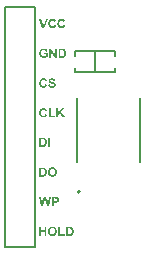
<source format=gto>
G04*
G04 #@! TF.GenerationSoftware,Altium Limited,Altium Designer,22.9.1 (49)*
G04*
G04 Layer_Color=65535*
%FSLAX44Y44*%
%MOMM*%
G71*
G04*
G04 #@! TF.SameCoordinates,28A18DAE-CB9E-4B37-A36C-106CF66A5601*
G04*
G04*
G04 #@! TF.FilePolarity,Positive*
G04*
G01*
G75*
%ADD10C,0.2000*%
%ADD11C,0.1270*%
%ADD12C,0.1500*%
G36*
X49638Y19644D02*
X48084D01*
Y23008D01*
X45054D01*
Y19644D01*
X43500D01*
Y27325D01*
X45054D01*
Y24306D01*
X48084D01*
Y27325D01*
X49638D01*
Y19644D01*
D02*
G37*
G36*
X69307Y27314D02*
X69518Y27303D01*
X69751Y27292D01*
X69995Y27259D01*
X70228Y27225D01*
X70439Y27170D01*
X70450D01*
X70472Y27159D01*
X70506Y27148D01*
X70550Y27137D01*
X70683Y27081D01*
X70839Y27004D01*
X71016Y26904D01*
X71216Y26781D01*
X71405Y26637D01*
X71594Y26460D01*
X71605D01*
X71616Y26437D01*
X71671Y26371D01*
X71760Y26260D01*
X71860Y26116D01*
X71982Y25938D01*
X72104Y25727D01*
X72226Y25483D01*
X72326Y25216D01*
Y25205D01*
X72337Y25183D01*
X72348Y25139D01*
X72371Y25083D01*
X72382Y25017D01*
X72404Y24928D01*
X72426Y24828D01*
X72459Y24717D01*
X72482Y24595D01*
X72504Y24451D01*
X72526Y24306D01*
X72537Y24140D01*
X72570Y23796D01*
X72582Y23407D01*
Y23396D01*
Y23363D01*
Y23318D01*
Y23252D01*
X72570Y23163D01*
Y23074D01*
X72559Y22963D01*
X72548Y22841D01*
X72526Y22586D01*
X72482Y22319D01*
X72415Y22042D01*
X72337Y21775D01*
Y21764D01*
X72326Y21742D01*
X72304Y21698D01*
X72282Y21631D01*
X72260Y21565D01*
X72215Y21487D01*
X72126Y21287D01*
X72015Y21076D01*
X71871Y20843D01*
X71705Y20621D01*
X71516Y20410D01*
X71494Y20388D01*
X71438Y20344D01*
X71349Y20277D01*
X71227Y20188D01*
X71072Y20088D01*
X70894Y19988D01*
X70672Y19888D01*
X70428Y19800D01*
X70417D01*
X70406Y19789D01*
X70373D01*
X70339Y19777D01*
X70217Y19755D01*
X70062Y19722D01*
X69873Y19689D01*
X69640Y19667D01*
X69363Y19655D01*
X69063Y19644D01*
X66155D01*
Y27325D01*
X69218D01*
X69307Y27314D01*
D02*
G37*
G36*
X61182Y20943D02*
X65045D01*
Y19644D01*
X59628D01*
Y27270D01*
X61182D01*
Y20943D01*
D02*
G37*
G36*
X54800Y27459D02*
X54911D01*
X55055Y27436D01*
X55221Y27414D01*
X55410Y27381D01*
X55610Y27336D01*
X55821Y27281D01*
X56043Y27214D01*
X56265Y27125D01*
X56498Y27026D01*
X56720Y26904D01*
X56942Y26759D01*
X57153Y26593D01*
X57353Y26404D01*
X57364Y26393D01*
X57397Y26360D01*
X57453Y26293D01*
X57508Y26215D01*
X57586Y26104D01*
X57674Y25971D01*
X57763Y25816D01*
X57863Y25638D01*
X57963Y25450D01*
X58052Y25227D01*
X58141Y24983D01*
X58218Y24728D01*
X58285Y24439D01*
X58329Y24140D01*
X58363Y23818D01*
X58374Y23474D01*
Y23451D01*
Y23396D01*
X58363Y23296D01*
Y23163D01*
X58340Y23008D01*
X58318Y22830D01*
X58285Y22619D01*
X58252Y22408D01*
X58196Y22175D01*
X58130Y21931D01*
X58041Y21687D01*
X57941Y21442D01*
X57830Y21209D01*
X57686Y20976D01*
X57530Y20754D01*
X57353Y20543D01*
X57341Y20532D01*
X57308Y20499D01*
X57253Y20443D01*
X57164Y20377D01*
X57064Y20299D01*
X56942Y20210D01*
X56798Y20122D01*
X56642Y20022D01*
X56453Y19922D01*
X56254Y19833D01*
X56032Y19744D01*
X55788Y19667D01*
X55532Y19600D01*
X55255Y19544D01*
X54966Y19511D01*
X54655Y19500D01*
X54578D01*
X54489Y19511D01*
X54378Y19522D01*
X54233Y19533D01*
X54067Y19555D01*
X53878Y19589D01*
X53678Y19633D01*
X53457Y19689D01*
X53246Y19755D01*
X53012Y19844D01*
X52790Y19944D01*
X52558Y20055D01*
X52347Y20199D01*
X52136Y20355D01*
X51936Y20543D01*
X51925Y20554D01*
X51891Y20588D01*
X51847Y20654D01*
X51781Y20732D01*
X51703Y20843D01*
X51614Y20976D01*
X51525Y21121D01*
X51436Y21298D01*
X51336Y21487D01*
X51248Y21709D01*
X51159Y21942D01*
X51081Y22197D01*
X51015Y22475D01*
X50970Y22774D01*
X50937Y23096D01*
X50926Y23429D01*
Y23440D01*
Y23485D01*
Y23540D01*
X50937Y23629D01*
Y23729D01*
X50948Y23840D01*
X50959Y23973D01*
X50970Y24118D01*
X51015Y24428D01*
X51070Y24761D01*
X51159Y25094D01*
X51270Y25405D01*
Y25416D01*
X51281Y25427D01*
X51303Y25461D01*
X51314Y25505D01*
X51381Y25616D01*
X51459Y25760D01*
X51558Y25927D01*
X51681Y26093D01*
X51825Y26282D01*
X51980Y26460D01*
X51991Y26471D01*
X52003Y26482D01*
X52058Y26537D01*
X52158Y26626D01*
X52280Y26726D01*
X52424Y26837D01*
X52591Y26959D01*
X52779Y27070D01*
X52979Y27159D01*
X52990D01*
X53012Y27170D01*
X53057Y27192D01*
X53112Y27203D01*
X53179Y27236D01*
X53257Y27259D01*
X53357Y27281D01*
X53457Y27314D01*
X53701Y27370D01*
X53978Y27425D01*
X54300Y27459D01*
X54633Y27470D01*
X54711D01*
X54800Y27459D01*
D02*
G37*
G36*
X51725Y44870D02*
X50049D01*
X48539Y50608D01*
X47008Y44870D01*
X45320D01*
X43500Y52551D01*
X45087D01*
X46242Y47267D01*
X47640Y52551D01*
X49505D01*
X50837Y47178D01*
X52014Y52551D01*
X53579D01*
X51725Y44870D01*
D02*
G37*
G36*
X57341Y52540D02*
X57630D01*
X57941Y52517D01*
X58252Y52495D01*
X58385Y52484D01*
X58518Y52473D01*
X58629Y52451D01*
X58718Y52428D01*
X58729D01*
X58751Y52417D01*
X58784Y52406D01*
X58829Y52395D01*
X58951Y52340D01*
X59106Y52273D01*
X59273Y52173D01*
X59461Y52040D01*
X59639Y51874D01*
X59817Y51674D01*
Y51663D01*
X59839Y51652D01*
X59861Y51618D01*
X59883Y51574D01*
X59928Y51507D01*
X59961Y51441D01*
X60005Y51363D01*
X60050Y51274D01*
X60128Y51052D01*
X60205Y50808D01*
X60250Y50508D01*
X60272Y50186D01*
Y50175D01*
Y50153D01*
Y50120D01*
Y50064D01*
X60261Y50009D01*
Y49931D01*
X60238Y49776D01*
X60205Y49587D01*
X60161Y49376D01*
X60094Y49176D01*
X60005Y48988D01*
X59994Y48965D01*
X59961Y48910D01*
X59906Y48821D01*
X59828Y48710D01*
X59739Y48599D01*
X59617Y48466D01*
X59495Y48344D01*
X59351Y48233D01*
X59328Y48222D01*
X59284Y48188D01*
X59206Y48144D01*
X59106Y48088D01*
X58984Y48022D01*
X58851Y47966D01*
X58707Y47911D01*
X58551Y47867D01*
X58529D01*
X58496Y47855D01*
X58451D01*
X58396Y47844D01*
X58318Y47833D01*
X58240Y47822D01*
X58141D01*
X58041Y47811D01*
X57919Y47800D01*
X57786Y47789D01*
X57641Y47778D01*
X57486D01*
X57319Y47767D01*
X55943D01*
Y44870D01*
X54389D01*
Y52551D01*
X57219D01*
X57341Y52540D01*
D02*
G37*
G36*
X46652Y77476D02*
X46863Y77465D01*
X47096Y77454D01*
X47340Y77421D01*
X47574Y77387D01*
X47785Y77332D01*
X47796D01*
X47818Y77321D01*
X47851Y77310D01*
X47895Y77299D01*
X48029Y77243D01*
X48184Y77165D01*
X48362Y77066D01*
X48562Y76943D01*
X48750Y76799D01*
X48939Y76622D01*
X48950D01*
X48961Y76599D01*
X49017Y76533D01*
X49105Y76422D01*
X49205Y76277D01*
X49327Y76100D01*
X49450Y75889D01*
X49572Y75645D01*
X49672Y75378D01*
Y75367D01*
X49683Y75345D01*
X49694Y75301D01*
X49716Y75245D01*
X49727Y75179D01*
X49749Y75090D01*
X49771Y74990D01*
X49805Y74879D01*
X49827Y74757D01*
X49849Y74612D01*
X49871Y74468D01*
X49882Y74302D01*
X49916Y73958D01*
X49927Y73569D01*
Y73558D01*
Y73525D01*
Y73480D01*
Y73414D01*
X49916Y73325D01*
Y73236D01*
X49905Y73125D01*
X49893Y73003D01*
X49871Y72748D01*
X49827Y72481D01*
X49760Y72204D01*
X49683Y71937D01*
Y71926D01*
X49672Y71904D01*
X49649Y71860D01*
X49627Y71793D01*
X49605Y71727D01*
X49560Y71649D01*
X49472Y71449D01*
X49361Y71238D01*
X49216Y71005D01*
X49050Y70783D01*
X48861Y70572D01*
X48839Y70550D01*
X48783Y70506D01*
X48695Y70439D01*
X48573Y70350D01*
X48417Y70250D01*
X48240Y70150D01*
X48018Y70051D01*
X47773Y69962D01*
X47762D01*
X47751Y69951D01*
X47718D01*
X47685Y69939D01*
X47562Y69917D01*
X47407Y69884D01*
X47218Y69851D01*
X46985Y69829D01*
X46708Y69817D01*
X46408Y69806D01*
X43500D01*
Y77487D01*
X46564D01*
X46652Y77476D01*
D02*
G37*
G36*
X54800Y77621D02*
X54911D01*
X55055Y77598D01*
X55221Y77576D01*
X55410Y77543D01*
X55610Y77498D01*
X55821Y77443D01*
X56043Y77376D01*
X56265Y77288D01*
X56498Y77188D01*
X56720Y77066D01*
X56942Y76921D01*
X57153Y76755D01*
X57353Y76566D01*
X57364Y76555D01*
X57397Y76522D01*
X57453Y76455D01*
X57508Y76377D01*
X57586Y76266D01*
X57674Y76133D01*
X57763Y75978D01*
X57863Y75800D01*
X57963Y75612D01*
X58052Y75389D01*
X58141Y75145D01*
X58218Y74890D01*
X58285Y74601D01*
X58329Y74302D01*
X58363Y73980D01*
X58374Y73636D01*
Y73614D01*
Y73558D01*
X58363Y73458D01*
Y73325D01*
X58340Y73169D01*
X58318Y72992D01*
X58285Y72781D01*
X58252Y72570D01*
X58196Y72337D01*
X58130Y72093D01*
X58041Y71849D01*
X57941Y71604D01*
X57830Y71371D01*
X57686Y71138D01*
X57530Y70916D01*
X57353Y70705D01*
X57341Y70694D01*
X57308Y70661D01*
X57253Y70606D01*
X57164Y70539D01*
X57064Y70461D01*
X56942Y70372D01*
X56798Y70284D01*
X56642Y70184D01*
X56453Y70084D01*
X56254Y69995D01*
X56032Y69906D01*
X55788Y69829D01*
X55532Y69762D01*
X55255Y69706D01*
X54966Y69673D01*
X54655Y69662D01*
X54578D01*
X54489Y69673D01*
X54378Y69684D01*
X54233Y69695D01*
X54067Y69717D01*
X53878Y69751D01*
X53678Y69795D01*
X53457Y69851D01*
X53246Y69917D01*
X53012Y70006D01*
X52790Y70106D01*
X52558Y70217D01*
X52347Y70361D01*
X52136Y70517D01*
X51936Y70705D01*
X51925Y70717D01*
X51891Y70750D01*
X51847Y70816D01*
X51781Y70894D01*
X51703Y71005D01*
X51614Y71138D01*
X51525Y71283D01*
X51436Y71460D01*
X51336Y71649D01*
X51248Y71871D01*
X51159Y72104D01*
X51081Y72359D01*
X51015Y72637D01*
X50970Y72936D01*
X50937Y73258D01*
X50926Y73591D01*
Y73602D01*
Y73647D01*
Y73702D01*
X50937Y73791D01*
Y73891D01*
X50948Y74002D01*
X50959Y74135D01*
X50970Y74279D01*
X51015Y74590D01*
X51070Y74923D01*
X51159Y75256D01*
X51270Y75567D01*
Y75578D01*
X51281Y75589D01*
X51303Y75623D01*
X51314Y75667D01*
X51381Y75778D01*
X51459Y75922D01*
X51558Y76089D01*
X51681Y76255D01*
X51825Y76444D01*
X51980Y76622D01*
X51991Y76633D01*
X52003Y76644D01*
X52058Y76699D01*
X52158Y76788D01*
X52280Y76888D01*
X52424Y76999D01*
X52591Y77121D01*
X52779Y77232D01*
X52979Y77321D01*
X52990D01*
X53012Y77332D01*
X53057Y77354D01*
X53112Y77365D01*
X53179Y77399D01*
X53257Y77421D01*
X53357Y77443D01*
X53457Y77476D01*
X53701Y77532D01*
X53978Y77587D01*
X54300Y77621D01*
X54633Y77632D01*
X54711D01*
X54800Y77621D01*
D02*
G37*
G36*
X52746Y95032D02*
X51192D01*
Y102713D01*
X52746D01*
Y95032D01*
D02*
G37*
G36*
X46652Y102702D02*
X46863Y102690D01*
X47096Y102679D01*
X47340Y102646D01*
X47574Y102613D01*
X47785Y102557D01*
X47796D01*
X47818Y102546D01*
X47851Y102535D01*
X47895Y102524D01*
X48029Y102469D01*
X48184Y102391D01*
X48362Y102291D01*
X48562Y102169D01*
X48750Y102024D01*
X48939Y101847D01*
X48950D01*
X48961Y101825D01*
X49017Y101758D01*
X49105Y101647D01*
X49205Y101503D01*
X49327Y101325D01*
X49450Y101114D01*
X49572Y100870D01*
X49672Y100604D01*
Y100593D01*
X49683Y100570D01*
X49694Y100526D01*
X49716Y100471D01*
X49727Y100404D01*
X49749Y100315D01*
X49771Y100215D01*
X49805Y100104D01*
X49827Y99982D01*
X49849Y99838D01*
X49871Y99693D01*
X49882Y99527D01*
X49916Y99183D01*
X49927Y98794D01*
Y98783D01*
Y98750D01*
Y98706D01*
Y98639D01*
X49916Y98550D01*
Y98461D01*
X49905Y98350D01*
X49893Y98228D01*
X49871Y97973D01*
X49827Y97707D01*
X49760Y97429D01*
X49683Y97163D01*
Y97152D01*
X49672Y97129D01*
X49649Y97085D01*
X49627Y97018D01*
X49605Y96952D01*
X49560Y96874D01*
X49472Y96674D01*
X49361Y96463D01*
X49216Y96230D01*
X49050Y96008D01*
X48861Y95798D01*
X48839Y95775D01*
X48783Y95731D01*
X48695Y95664D01*
X48573Y95576D01*
X48417Y95476D01*
X48240Y95376D01*
X48018Y95276D01*
X47773Y95187D01*
X47762D01*
X47751Y95176D01*
X47718D01*
X47685Y95165D01*
X47562Y95143D01*
X47407Y95109D01*
X47218Y95076D01*
X46985Y95054D01*
X46708Y95043D01*
X46408Y95032D01*
X43500D01*
Y102713D01*
X46564D01*
X46652Y102702D01*
D02*
G37*
G36*
X47318Y127782D02*
X47440Y127771D01*
X47574Y127749D01*
X47729Y127727D01*
X47895Y127694D01*
X48073Y127649D01*
X48262Y127594D01*
X48450Y127527D01*
X48650Y127438D01*
X48839Y127350D01*
X49017Y127239D01*
X49205Y127106D01*
X49372Y126961D01*
X49383D01*
X49394Y126939D01*
X49427Y126906D01*
X49461Y126872D01*
X49505Y126817D01*
X49549Y126750D01*
X49672Y126595D01*
X49794Y126395D01*
X49927Y126151D01*
X50049Y125873D01*
X50160Y125552D01*
X48628Y125185D01*
Y125196D01*
X48617Y125207D01*
Y125241D01*
X48595Y125285D01*
X48562Y125385D01*
X48506Y125518D01*
X48428Y125674D01*
X48328Y125829D01*
X48195Y125984D01*
X48051Y126118D01*
X48029Y126129D01*
X47973Y126173D01*
X47884Y126229D01*
X47762Y126295D01*
X47607Y126362D01*
X47429Y126417D01*
X47229Y126462D01*
X47008Y126473D01*
X46930D01*
X46863Y126462D01*
X46797Y126451D01*
X46708Y126440D01*
X46519Y126395D01*
X46297Y126317D01*
X46064Y126206D01*
X45942Y126140D01*
X45831Y126062D01*
X45720Y125962D01*
X45620Y125851D01*
Y125840D01*
X45598Y125818D01*
X45576Y125785D01*
X45542Y125729D01*
X45498Y125662D01*
X45454Y125585D01*
X45409Y125485D01*
X45365Y125374D01*
X45309Y125241D01*
X45265Y125096D01*
X45220Y124930D01*
X45176Y124752D01*
X45143Y124552D01*
X45121Y124342D01*
X45110Y124108D01*
X45098Y123853D01*
Y123842D01*
Y123787D01*
Y123709D01*
X45110Y123620D01*
Y123498D01*
X45132Y123354D01*
X45143Y123209D01*
X45165Y123043D01*
X45232Y122699D01*
X45320Y122355D01*
X45376Y122188D01*
X45454Y122033D01*
X45531Y121889D01*
X45620Y121767D01*
X45631Y121755D01*
X45642Y121744D01*
X45676Y121711D01*
X45720Y121667D01*
X45831Y121578D01*
X45986Y121467D01*
X46175Y121345D01*
X46408Y121256D01*
X46675Y121178D01*
X46819Y121167D01*
X46974Y121156D01*
X47030D01*
X47074Y121167D01*
X47196Y121178D01*
X47340Y121200D01*
X47496Y121256D01*
X47674Y121322D01*
X47851Y121411D01*
X48029Y121545D01*
X48051Y121567D01*
X48106Y121622D01*
X48184Y121711D01*
X48273Y121844D01*
X48384Y122022D01*
X48484Y122233D01*
X48584Y122488D01*
X48672Y122788D01*
X50182Y122321D01*
Y122310D01*
X50171Y122266D01*
X50149Y122199D01*
X50115Y122111D01*
X50071Y122011D01*
X50027Y121889D01*
X49971Y121755D01*
X49905Y121611D01*
X49749Y121311D01*
X49549Y121001D01*
X49305Y120701D01*
X49172Y120568D01*
X49028Y120446D01*
X49017Y120435D01*
X48994Y120423D01*
X48950Y120390D01*
X48883Y120346D01*
X48806Y120301D01*
X48706Y120257D01*
X48595Y120201D01*
X48473Y120146D01*
X48328Y120079D01*
X48173Y120024D01*
X48007Y119979D01*
X47829Y119935D01*
X47640Y119891D01*
X47429Y119857D01*
X47218Y119846D01*
X46985Y119835D01*
X46919D01*
X46841Y119846D01*
X46730Y119857D01*
X46608Y119868D01*
X46453Y119891D01*
X46286Y119924D01*
X46097Y119968D01*
X45909Y120024D01*
X45709Y120090D01*
X45498Y120179D01*
X45287Y120279D01*
X45076Y120390D01*
X44865Y120534D01*
X44665Y120690D01*
X44477Y120878D01*
X44466Y120890D01*
X44432Y120923D01*
X44388Y120990D01*
X44321Y121067D01*
X44255Y121178D01*
X44166Y121300D01*
X44077Y121456D01*
X43988Y121633D01*
X43900Y121822D01*
X43811Y122033D01*
X43722Y122277D01*
X43655Y122532D01*
X43589Y122799D01*
X43544Y123098D01*
X43511Y123409D01*
X43500Y123742D01*
Y123753D01*
Y123764D01*
Y123831D01*
X43511Y123931D01*
Y124064D01*
X43533Y124220D01*
X43555Y124408D01*
X43578Y124608D01*
X43622Y124841D01*
X43678Y125074D01*
X43744Y125318D01*
X43822Y125563D01*
X43922Y125818D01*
X44033Y126062D01*
X44166Y126295D01*
X44310Y126517D01*
X44488Y126728D01*
X44499Y126739D01*
X44532Y126772D01*
X44588Y126828D01*
X44665Y126895D01*
X44765Y126972D01*
X44887Y127061D01*
X45021Y127161D01*
X45187Y127261D01*
X45365Y127361D01*
X45553Y127461D01*
X45775Y127549D01*
X45998Y127627D01*
X46253Y127694D01*
X46508Y127749D01*
X46797Y127782D01*
X47085Y127794D01*
X47218D01*
X47318Y127782D01*
D02*
G37*
G36*
X61970Y124652D02*
X65023Y119968D01*
X63014D01*
X60893Y123576D01*
X59639Y122288D01*
Y119968D01*
X58085D01*
Y127649D01*
X59639D01*
Y124231D01*
X62792Y127649D01*
X64878D01*
X61970Y124652D01*
D02*
G37*
G36*
X53112Y121267D02*
X56975D01*
Y119968D01*
X51558D01*
Y127594D01*
X53112D01*
Y121267D01*
D02*
G37*
G36*
X54433Y152997D02*
X54555Y152986D01*
X54700Y152975D01*
X54844Y152952D01*
X55010Y152930D01*
X55366Y152852D01*
X55543Y152797D01*
X55721Y152741D01*
X55898Y152664D01*
X56065Y152575D01*
X56220Y152475D01*
X56365Y152364D01*
X56376Y152353D01*
X56398Y152331D01*
X56431Y152297D01*
X56476Y152253D01*
X56531Y152186D01*
X56598Y152109D01*
X56664Y152020D01*
X56742Y151920D01*
X56809Y151798D01*
X56875Y151676D01*
X56942Y151532D01*
X56997Y151376D01*
X57053Y151221D01*
X57097Y151043D01*
X57131Y150866D01*
X57142Y150666D01*
X55588Y150610D01*
Y150621D01*
Y150632D01*
X55566Y150710D01*
X55543Y150810D01*
X55499Y150932D01*
X55443Y151076D01*
X55366Y151210D01*
X55266Y151343D01*
X55155Y151454D01*
X55144Y151465D01*
X55099Y151498D01*
X55022Y151543D01*
X54911Y151587D01*
X54777Y151631D01*
X54611Y151676D01*
X54411Y151709D01*
X54178Y151720D01*
X54067D01*
X53945Y151709D01*
X53801Y151687D01*
X53634Y151654D01*
X53457Y151598D01*
X53290Y151532D01*
X53135Y151432D01*
X53123Y151421D01*
X53101Y151398D01*
X53057Y151365D01*
X53012Y151310D01*
X52968Y151243D01*
X52924Y151154D01*
X52902Y151065D01*
X52890Y150954D01*
Y150943D01*
Y150910D01*
X52902Y150855D01*
X52924Y150799D01*
X52946Y150721D01*
X52979Y150644D01*
X53035Y150566D01*
X53112Y150488D01*
X53123Y150477D01*
X53179Y150444D01*
X53212Y150422D01*
X53268Y150399D01*
X53323Y150366D01*
X53401Y150333D01*
X53490Y150300D01*
X53590Y150255D01*
X53712Y150211D01*
X53834Y150166D01*
X53989Y150122D01*
X54156Y150077D01*
X54333Y150033D01*
X54533Y149978D01*
X54544D01*
X54589Y149966D01*
X54644Y149955D01*
X54722Y149933D01*
X54811Y149911D01*
X54922Y149878D01*
X55044Y149844D01*
X55166Y149811D01*
X55432Y149722D01*
X55710Y149634D01*
X55976Y149534D01*
X56087Y149478D01*
X56198Y149423D01*
X56209D01*
X56220Y149411D01*
X56287Y149367D01*
X56387Y149300D01*
X56509Y149212D01*
X56642Y149101D01*
X56786Y148968D01*
X56931Y148812D01*
X57053Y148635D01*
X57064Y148612D01*
X57097Y148546D01*
X57153Y148446D01*
X57208Y148301D01*
X57264Y148124D01*
X57319Y147913D01*
X57353Y147680D01*
X57364Y147414D01*
Y147402D01*
Y147380D01*
Y147347D01*
Y147303D01*
X57353Y147247D01*
X57341Y147169D01*
X57319Y147014D01*
X57275Y146814D01*
X57208Y146603D01*
X57108Y146392D01*
X56986Y146170D01*
Y146159D01*
X56964Y146148D01*
X56920Y146082D01*
X56831Y145971D01*
X56720Y145849D01*
X56576Y145704D01*
X56387Y145571D01*
X56187Y145438D01*
X55943Y145316D01*
X55932D01*
X55910Y145305D01*
X55876Y145294D01*
X55821Y145271D01*
X55754Y145249D01*
X55676Y145227D01*
X55588Y145205D01*
X55488Y145183D01*
X55366Y145149D01*
X55244Y145127D01*
X54955Y145083D01*
X54633Y145049D01*
X54278Y145038D01*
X54134D01*
X54034Y145049D01*
X53912Y145060D01*
X53778Y145071D01*
X53623Y145094D01*
X53457Y145127D01*
X53090Y145205D01*
X52902Y145260D01*
X52724Y145316D01*
X52535Y145393D01*
X52358Y145482D01*
X52191Y145582D01*
X52036Y145704D01*
X52025Y145715D01*
X52003Y145737D01*
X51958Y145771D01*
X51914Y145826D01*
X51847Y145904D01*
X51781Y145993D01*
X51703Y146093D01*
X51625Y146204D01*
X51547Y146337D01*
X51470Y146481D01*
X51392Y146648D01*
X51314Y146825D01*
X51259Y147014D01*
X51192Y147225D01*
X51148Y147447D01*
X51115Y147680D01*
X52624Y147824D01*
Y147813D01*
X52635Y147791D01*
Y147746D01*
X52646Y147702D01*
X52691Y147569D01*
X52746Y147402D01*
X52813Y147214D01*
X52913Y147025D01*
X53024Y146859D01*
X53168Y146703D01*
X53190Y146692D01*
X53246Y146648D01*
X53334Y146592D01*
X53468Y146526D01*
X53634Y146459D01*
X53823Y146404D01*
X54045Y146359D01*
X54300Y146348D01*
X54422D01*
X54555Y146370D01*
X54722Y146392D01*
X54900Y146426D01*
X55088Y146481D01*
X55266Y146559D01*
X55421Y146659D01*
X55443Y146670D01*
X55488Y146714D01*
X55543Y146781D01*
X55621Y146870D01*
X55688Y146981D01*
X55754Y147114D01*
X55799Y147247D01*
X55810Y147402D01*
Y147414D01*
Y147447D01*
X55799Y147502D01*
X55788Y147569D01*
X55765Y147635D01*
X55743Y147713D01*
X55699Y147791D01*
X55643Y147869D01*
X55632Y147880D01*
X55610Y147902D01*
X55577Y147935D01*
X55521Y147980D01*
X55443Y148035D01*
X55343Y148091D01*
X55233Y148146D01*
X55088Y148202D01*
X55077D01*
X55033Y148224D01*
X54955Y148246D01*
X54900Y148268D01*
X54833Y148279D01*
X54755Y148301D01*
X54666Y148335D01*
X54566Y148357D01*
X54455Y148390D01*
X54322Y148424D01*
X54178Y148457D01*
X54023Y148501D01*
X53845Y148546D01*
X53834D01*
X53790Y148557D01*
X53723Y148579D01*
X53645Y148601D01*
X53545Y148635D01*
X53423Y148668D01*
X53301Y148712D01*
X53157Y148757D01*
X52868Y148868D01*
X52591Y149001D01*
X52446Y149067D01*
X52324Y149145D01*
X52202Y149223D01*
X52102Y149300D01*
X52091Y149312D01*
X52069Y149334D01*
X52036Y149367D01*
X51991Y149411D01*
X51936Y149478D01*
X51880Y149556D01*
X51814Y149634D01*
X51758Y149733D01*
X51625Y149966D01*
X51514Y150233D01*
X51470Y150377D01*
X51436Y150521D01*
X51414Y150688D01*
X51403Y150855D01*
Y150866D01*
Y150877D01*
Y150910D01*
Y150954D01*
X51425Y151065D01*
X51448Y151210D01*
X51481Y151376D01*
X51536Y151565D01*
X51614Y151765D01*
X51725Y151953D01*
Y151965D01*
X51736Y151976D01*
X51792Y152042D01*
X51858Y152131D01*
X51969Y152242D01*
X52102Y152364D01*
X52269Y152497D01*
X52458Y152619D01*
X52680Y152730D01*
X52691D01*
X52713Y152741D01*
X52746Y152753D01*
X52790Y152775D01*
X52857Y152797D01*
X52924Y152819D01*
X53012Y152841D01*
X53112Y152875D01*
X53334Y152919D01*
X53590Y152963D01*
X53878Y152997D01*
X54200Y153008D01*
X54333D01*
X54433Y152997D01*
D02*
G37*
G36*
X47318D02*
X47440Y152986D01*
X47574Y152963D01*
X47729Y152941D01*
X47895Y152908D01*
X48073Y152864D01*
X48262Y152808D01*
X48450Y152741D01*
X48650Y152653D01*
X48839Y152564D01*
X49017Y152453D01*
X49205Y152320D01*
X49372Y152175D01*
X49383D01*
X49394Y152153D01*
X49427Y152120D01*
X49461Y152087D01*
X49505Y152031D01*
X49549Y151965D01*
X49672Y151809D01*
X49794Y151609D01*
X49927Y151365D01*
X50049Y151088D01*
X50160Y150766D01*
X48628Y150399D01*
Y150410D01*
X48617Y150422D01*
Y150455D01*
X48595Y150499D01*
X48562Y150599D01*
X48506Y150732D01*
X48428Y150888D01*
X48328Y151043D01*
X48195Y151199D01*
X48051Y151332D01*
X48029Y151343D01*
X47973Y151387D01*
X47884Y151443D01*
X47762Y151509D01*
X47607Y151576D01*
X47429Y151631D01*
X47229Y151676D01*
X47008Y151687D01*
X46930D01*
X46863Y151676D01*
X46797Y151665D01*
X46708Y151654D01*
X46519Y151609D01*
X46297Y151532D01*
X46064Y151421D01*
X45942Y151354D01*
X45831Y151276D01*
X45720Y151176D01*
X45620Y151065D01*
Y151054D01*
X45598Y151032D01*
X45576Y150999D01*
X45542Y150943D01*
X45498Y150877D01*
X45454Y150799D01*
X45409Y150699D01*
X45365Y150588D01*
X45309Y150455D01*
X45265Y150311D01*
X45220Y150144D01*
X45176Y149966D01*
X45143Y149767D01*
X45121Y149556D01*
X45110Y149323D01*
X45098Y149067D01*
Y149056D01*
Y149001D01*
Y148923D01*
X45110Y148834D01*
Y148712D01*
X45132Y148568D01*
X45143Y148424D01*
X45165Y148257D01*
X45232Y147913D01*
X45320Y147569D01*
X45376Y147402D01*
X45454Y147247D01*
X45531Y147103D01*
X45620Y146981D01*
X45631Y146970D01*
X45642Y146959D01*
X45676Y146925D01*
X45720Y146881D01*
X45831Y146792D01*
X45986Y146681D01*
X46175Y146559D01*
X46408Y146470D01*
X46675Y146392D01*
X46819Y146381D01*
X46974Y146370D01*
X47030D01*
X47074Y146381D01*
X47196Y146392D01*
X47340Y146415D01*
X47496Y146470D01*
X47674Y146537D01*
X47851Y146625D01*
X48029Y146759D01*
X48051Y146781D01*
X48106Y146836D01*
X48184Y146925D01*
X48273Y147058D01*
X48384Y147236D01*
X48484Y147447D01*
X48584Y147702D01*
X48672Y148002D01*
X50182Y147536D01*
Y147524D01*
X50171Y147480D01*
X50149Y147414D01*
X50115Y147325D01*
X50071Y147225D01*
X50027Y147103D01*
X49971Y146970D01*
X49905Y146825D01*
X49749Y146526D01*
X49549Y146215D01*
X49305Y145915D01*
X49172Y145782D01*
X49028Y145660D01*
X49017Y145649D01*
X48994Y145638D01*
X48950Y145604D01*
X48883Y145560D01*
X48806Y145515D01*
X48706Y145471D01*
X48595Y145416D01*
X48473Y145360D01*
X48328Y145294D01*
X48173Y145238D01*
X48007Y145194D01*
X47829Y145149D01*
X47640Y145105D01*
X47429Y145071D01*
X47218Y145060D01*
X46985Y145049D01*
X46919D01*
X46841Y145060D01*
X46730Y145071D01*
X46608Y145083D01*
X46453Y145105D01*
X46286Y145138D01*
X46097Y145183D01*
X45909Y145238D01*
X45709Y145305D01*
X45498Y145393D01*
X45287Y145493D01*
X45076Y145604D01*
X44865Y145749D01*
X44665Y145904D01*
X44477Y146093D01*
X44466Y146104D01*
X44432Y146137D01*
X44388Y146204D01*
X44321Y146281D01*
X44255Y146392D01*
X44166Y146515D01*
X44077Y146670D01*
X43988Y146847D01*
X43900Y147036D01*
X43811Y147247D01*
X43722Y147491D01*
X43655Y147746D01*
X43589Y148013D01*
X43544Y148313D01*
X43511Y148623D01*
X43500Y148956D01*
Y148968D01*
Y148979D01*
Y149045D01*
X43511Y149145D01*
Y149278D01*
X43533Y149434D01*
X43555Y149622D01*
X43578Y149822D01*
X43622Y150055D01*
X43678Y150288D01*
X43744Y150533D01*
X43822Y150777D01*
X43922Y151032D01*
X44033Y151276D01*
X44166Y151509D01*
X44310Y151731D01*
X44488Y151942D01*
X44499Y151953D01*
X44532Y151987D01*
X44588Y152042D01*
X44665Y152109D01*
X44765Y152186D01*
X44887Y152275D01*
X45021Y152375D01*
X45187Y152475D01*
X45365Y152575D01*
X45553Y152675D01*
X45775Y152764D01*
X45998Y152841D01*
X46253Y152908D01*
X46508Y152963D01*
X46797Y152997D01*
X47085Y153008D01*
X47218D01*
X47318Y152997D01*
D02*
G37*
G36*
X47540Y178222D02*
X47662Y178211D01*
X47807Y178200D01*
X47962Y178189D01*
X48129Y178155D01*
X48484Y178089D01*
X48850Y177978D01*
X49039Y177911D01*
X49216Y177834D01*
X49383Y177745D01*
X49538Y177634D01*
X49549Y177623D01*
X49572Y177612D01*
X49616Y177567D01*
X49672Y177523D01*
X49738Y177467D01*
X49805Y177390D01*
X49882Y177301D01*
X49971Y177201D01*
X50060Y177090D01*
X50149Y176968D01*
X50238Y176835D01*
X50315Y176679D01*
X50404Y176524D01*
X50471Y176357D01*
X50537Y176169D01*
X50582Y175980D01*
X49039Y175691D01*
Y175702D01*
X49028Y175714D01*
X49005Y175780D01*
X48961Y175880D01*
X48895Y176013D01*
X48817Y176157D01*
X48706Y176302D01*
X48573Y176446D01*
X48417Y176579D01*
X48395Y176590D01*
X48340Y176635D01*
X48240Y176690D01*
X48117Y176746D01*
X47951Y176812D01*
X47762Y176857D01*
X47551Y176901D01*
X47307Y176912D01*
X47207D01*
X47141Y176901D01*
X47052Y176890D01*
X46952Y176879D01*
X46841Y176857D01*
X46719Y176835D01*
X46464Y176757D01*
X46330Y176701D01*
X46197Y176635D01*
X46064Y176557D01*
X45931Y176479D01*
X45809Y176368D01*
X45687Y176257D01*
X45676Y176246D01*
X45665Y176224D01*
X45631Y176191D01*
X45598Y176135D01*
X45553Y176069D01*
X45498Y175991D01*
X45443Y175891D01*
X45398Y175780D01*
X45343Y175647D01*
X45287Y175503D01*
X45232Y175347D01*
X45187Y175181D01*
X45154Y174992D01*
X45121Y174781D01*
X45110Y174570D01*
X45098Y174337D01*
Y174326D01*
Y174282D01*
Y174204D01*
X45110Y174115D01*
X45121Y173993D01*
X45132Y173871D01*
X45154Y173715D01*
X45176Y173560D01*
X45243Y173227D01*
X45354Y172883D01*
X45420Y172717D01*
X45498Y172561D01*
X45598Y172406D01*
X45698Y172273D01*
X45709Y172262D01*
X45731Y172239D01*
X45764Y172206D01*
X45809Y172162D01*
X45875Y172117D01*
X45942Y172051D01*
X46031Y171995D01*
X46131Y171929D01*
X46242Y171862D01*
X46353Y171806D01*
X46630Y171695D01*
X46786Y171651D01*
X46941Y171618D01*
X47119Y171595D01*
X47296Y171584D01*
X47385D01*
X47474Y171595D01*
X47607Y171607D01*
X47751Y171629D01*
X47918Y171662D01*
X48095Y171707D01*
X48273Y171773D01*
X48284D01*
X48295Y171784D01*
X48351Y171806D01*
X48450Y171851D01*
X48562Y171906D01*
X48695Y171973D01*
X48839Y172051D01*
X48983Y172139D01*
X49117Y172239D01*
Y173227D01*
X47340D01*
Y174526D01*
X50682D01*
Y171440D01*
X50659Y171418D01*
X50626Y171396D01*
X50593Y171362D01*
X50537Y171318D01*
X50482Y171274D01*
X50326Y171163D01*
X50115Y171040D01*
X49871Y170896D01*
X49594Y170752D01*
X49261Y170619D01*
X49250D01*
X49216Y170608D01*
X49172Y170585D01*
X49105Y170563D01*
X49017Y170541D01*
X48917Y170508D01*
X48806Y170474D01*
X48684Y170441D01*
X48406Y170375D01*
X48084Y170319D01*
X47751Y170275D01*
X47396Y170264D01*
X47274D01*
X47196Y170275D01*
X47085D01*
X46963Y170286D01*
X46830Y170308D01*
X46675Y170330D01*
X46353Y170386D01*
X45998Y170474D01*
X45631Y170597D01*
X45465Y170674D01*
X45287Y170763D01*
X45276Y170774D01*
X45254Y170785D01*
X45198Y170819D01*
X45143Y170863D01*
X45065Y170907D01*
X44987Y170974D01*
X44887Y171052D01*
X44788Y171140D01*
X44566Y171340D01*
X44344Y171595D01*
X44133Y171884D01*
X43944Y172217D01*
Y172228D01*
X43922Y172262D01*
X43900Y172317D01*
X43877Y172384D01*
X43844Y172472D01*
X43800Y172572D01*
X43766Y172694D01*
X43722Y172827D01*
X43678Y172972D01*
X43644Y173138D01*
X43567Y173482D01*
X43522Y173860D01*
X43500Y174270D01*
Y174282D01*
Y174326D01*
Y174393D01*
X43511Y174470D01*
Y174581D01*
X43522Y174703D01*
X43544Y174837D01*
X43567Y174992D01*
X43622Y175314D01*
X43711Y175680D01*
X43833Y176047D01*
X43911Y176224D01*
X44000Y176402D01*
X44011Y176413D01*
X44022Y176446D01*
X44055Y176490D01*
X44088Y176557D01*
X44144Y176635D01*
X44210Y176724D01*
X44288Y176824D01*
X44366Y176935D01*
X44466Y177045D01*
X44577Y177168D01*
X44699Y177290D01*
X44832Y177412D01*
X44976Y177523D01*
X45121Y177645D01*
X45465Y177845D01*
X45476D01*
X45498Y177867D01*
X45542Y177878D01*
X45598Y177911D01*
X45676Y177934D01*
X45753Y177967D01*
X45864Y178000D01*
X45975Y178044D01*
X46097Y178078D01*
X46242Y178111D01*
X46397Y178144D01*
X46553Y178178D01*
X46908Y178222D01*
X47307Y178233D01*
X47440D01*
X47540Y178222D01*
D02*
G37*
G36*
X58229Y170408D02*
X56676D01*
X53556Y175469D01*
Y170408D01*
X52125D01*
Y178089D01*
X53623D01*
X56798Y172916D01*
Y178089D01*
X58229D01*
Y170408D01*
D02*
G37*
G36*
X63025Y178078D02*
X63236Y178067D01*
X63469Y178055D01*
X63713Y178022D01*
X63946Y177989D01*
X64157Y177934D01*
X64168D01*
X64190Y177922D01*
X64223Y177911D01*
X64268Y177900D01*
X64401Y177845D01*
X64556Y177767D01*
X64734Y177667D01*
X64934Y177545D01*
X65122Y177401D01*
X65311Y177223D01*
X65322D01*
X65333Y177201D01*
X65389Y177134D01*
X65478Y177023D01*
X65578Y176879D01*
X65700Y176701D01*
X65822Y176490D01*
X65944Y176246D01*
X66044Y175980D01*
Y175969D01*
X66055Y175947D01*
X66066Y175902D01*
X66088Y175847D01*
X66099Y175780D01*
X66121Y175691D01*
X66144Y175591D01*
X66177Y175480D01*
X66199Y175358D01*
X66221Y175214D01*
X66244Y175070D01*
X66255Y174903D01*
X66288Y174559D01*
X66299Y174171D01*
Y174160D01*
Y174126D01*
Y174082D01*
Y174015D01*
X66288Y173926D01*
Y173838D01*
X66277Y173727D01*
X66266Y173605D01*
X66244Y173349D01*
X66199Y173083D01*
X66132Y172805D01*
X66055Y172539D01*
Y172528D01*
X66044Y172506D01*
X66021Y172461D01*
X65999Y172395D01*
X65977Y172328D01*
X65933Y172250D01*
X65844Y172051D01*
X65733Y171840D01*
X65589Y171607D01*
X65422Y171385D01*
X65233Y171174D01*
X65211Y171152D01*
X65156Y171107D01*
X65067Y171040D01*
X64945Y170952D01*
X64789Y170852D01*
X64612Y170752D01*
X64390Y170652D01*
X64146Y170563D01*
X64134D01*
X64123Y170552D01*
X64090D01*
X64057Y170541D01*
X63935Y170519D01*
X63779Y170485D01*
X63591Y170452D01*
X63358Y170430D01*
X63080Y170419D01*
X62780Y170408D01*
X59872D01*
Y178089D01*
X62936D01*
X63025Y178078D01*
D02*
G37*
G36*
X62736Y203447D02*
X62858Y203436D01*
X62991Y203414D01*
X63147Y203392D01*
X63313Y203358D01*
X63491Y203314D01*
X63679Y203259D01*
X63868Y203192D01*
X64068Y203103D01*
X64257Y203015D01*
X64434Y202903D01*
X64623Y202770D01*
X64789Y202626D01*
X64801D01*
X64812Y202604D01*
X64845Y202570D01*
X64878Y202537D01*
X64923Y202482D01*
X64967Y202415D01*
X65089Y202260D01*
X65211Y202060D01*
X65344Y201816D01*
X65466Y201538D01*
X65578Y201216D01*
X64046Y200850D01*
Y200861D01*
X64035Y200872D01*
Y200905D01*
X64012Y200950D01*
X63979Y201050D01*
X63924Y201183D01*
X63846Y201338D01*
X63746Y201494D01*
X63613Y201649D01*
X63469Y201782D01*
X63446Y201793D01*
X63391Y201838D01*
X63302Y201893D01*
X63180Y201960D01*
X63025Y202027D01*
X62847Y202082D01*
X62647Y202127D01*
X62425Y202138D01*
X62347D01*
X62281Y202127D01*
X62214Y202115D01*
X62126Y202104D01*
X61937Y202060D01*
X61715Y201982D01*
X61482Y201871D01*
X61360Y201805D01*
X61249Y201727D01*
X61138Y201627D01*
X61038Y201516D01*
Y201505D01*
X61016Y201483D01*
X60993Y201449D01*
X60960Y201394D01*
X60916Y201327D01*
X60871Y201250D01*
X60827Y201150D01*
X60782Y201039D01*
X60727Y200905D01*
X60683Y200761D01*
X60638Y200595D01*
X60594Y200417D01*
X60560Y200217D01*
X60538Y200006D01*
X60527Y199773D01*
X60516Y199518D01*
Y199507D01*
Y199451D01*
Y199374D01*
X60527Y199285D01*
Y199163D01*
X60549Y199018D01*
X60560Y198874D01*
X60583Y198708D01*
X60649Y198364D01*
X60738Y198020D01*
X60793Y197853D01*
X60871Y197698D01*
X60949Y197553D01*
X61038Y197431D01*
X61049Y197420D01*
X61060Y197409D01*
X61093Y197376D01*
X61138Y197331D01*
X61249Y197243D01*
X61404Y197132D01*
X61593Y197010D01*
X61826Y196921D01*
X62092Y196843D01*
X62236Y196832D01*
X62392Y196821D01*
X62447D01*
X62492Y196832D01*
X62614Y196843D01*
X62758Y196865D01*
X62914Y196921D01*
X63091Y196987D01*
X63269Y197076D01*
X63446Y197209D01*
X63469Y197232D01*
X63524Y197287D01*
X63602Y197376D01*
X63691Y197509D01*
X63801Y197687D01*
X63901Y197897D01*
X64001Y198153D01*
X64090Y198452D01*
X65600Y197986D01*
Y197975D01*
X65589Y197931D01*
X65566Y197864D01*
X65533Y197775D01*
X65489Y197675D01*
X65444Y197553D01*
X65389Y197420D01*
X65322Y197276D01*
X65167Y196976D01*
X64967Y196665D01*
X64723Y196366D01*
X64590Y196232D01*
X64445Y196110D01*
X64434Y196099D01*
X64412Y196088D01*
X64368Y196055D01*
X64301Y196010D01*
X64223Y195966D01*
X64123Y195922D01*
X64012Y195866D01*
X63890Y195811D01*
X63746Y195744D01*
X63591Y195689D01*
X63424Y195644D01*
X63247Y195600D01*
X63058Y195555D01*
X62847Y195522D01*
X62636Y195511D01*
X62403Y195500D01*
X62336D01*
X62259Y195511D01*
X62148Y195522D01*
X62026Y195533D01*
X61870Y195555D01*
X61704Y195589D01*
X61515Y195633D01*
X61326Y195689D01*
X61126Y195755D01*
X60916Y195844D01*
X60705Y195944D01*
X60494Y196055D01*
X60283Y196199D01*
X60083Y196355D01*
X59894Y196543D01*
X59883Y196554D01*
X59850Y196588D01*
X59806Y196654D01*
X59739Y196732D01*
X59672Y196843D01*
X59584Y196965D01*
X59495Y197120D01*
X59406Y197298D01*
X59317Y197487D01*
X59228Y197698D01*
X59140Y197942D01*
X59073Y198197D01*
X59006Y198463D01*
X58962Y198763D01*
X58929Y199074D01*
X58918Y199407D01*
Y199418D01*
Y199429D01*
Y199496D01*
X58929Y199596D01*
Y199729D01*
X58951Y199884D01*
X58973Y200073D01*
X58995Y200273D01*
X59040Y200506D01*
X59095Y200739D01*
X59162Y200983D01*
X59240Y201227D01*
X59339Y201483D01*
X59450Y201727D01*
X59584Y201960D01*
X59728Y202182D01*
X59906Y202393D01*
X59917Y202404D01*
X59950Y202437D01*
X60005Y202493D01*
X60083Y202559D01*
X60183Y202637D01*
X60305Y202726D01*
X60438Y202826D01*
X60605Y202926D01*
X60782Y203026D01*
X60971Y203125D01*
X61193Y203214D01*
X61415Y203292D01*
X61670Y203358D01*
X61926Y203414D01*
X62214Y203447D01*
X62503Y203458D01*
X62636D01*
X62736Y203447D01*
D02*
G37*
G36*
X54988D02*
X55110Y203436D01*
X55244Y203414D01*
X55399Y203392D01*
X55566Y203358D01*
X55743Y203314D01*
X55932Y203259D01*
X56121Y203192D01*
X56320Y203103D01*
X56509Y203015D01*
X56687Y202903D01*
X56875Y202770D01*
X57042Y202626D01*
X57053D01*
X57064Y202604D01*
X57097Y202570D01*
X57131Y202537D01*
X57175Y202482D01*
X57219Y202415D01*
X57341Y202260D01*
X57464Y202060D01*
X57597Y201816D01*
X57719Y201538D01*
X57830Y201216D01*
X56298Y200850D01*
Y200861D01*
X56287Y200872D01*
Y200905D01*
X56265Y200950D01*
X56231Y201050D01*
X56176Y201183D01*
X56098Y201338D01*
X55998Y201494D01*
X55865Y201649D01*
X55721Y201782D01*
X55699Y201793D01*
X55643Y201838D01*
X55554Y201893D01*
X55432Y201960D01*
X55277Y202027D01*
X55099Y202082D01*
X54900Y202127D01*
X54678Y202138D01*
X54600D01*
X54533Y202127D01*
X54467Y202115D01*
X54378Y202104D01*
X54189Y202060D01*
X53967Y201982D01*
X53734Y201871D01*
X53612Y201805D01*
X53501Y201727D01*
X53390Y201627D01*
X53290Y201516D01*
Y201505D01*
X53268Y201483D01*
X53246Y201449D01*
X53212Y201394D01*
X53168Y201327D01*
X53123Y201250D01*
X53079Y201150D01*
X53035Y201039D01*
X52979Y200905D01*
X52935Y200761D01*
X52890Y200595D01*
X52846Y200417D01*
X52813Y200217D01*
X52790Y200006D01*
X52779Y199773D01*
X52768Y199518D01*
Y199507D01*
Y199451D01*
Y199374D01*
X52779Y199285D01*
Y199163D01*
X52802Y199018D01*
X52813Y198874D01*
X52835Y198708D01*
X52902Y198364D01*
X52990Y198020D01*
X53046Y197853D01*
X53123Y197698D01*
X53201Y197553D01*
X53290Y197431D01*
X53301Y197420D01*
X53312Y197409D01*
X53345Y197376D01*
X53390Y197331D01*
X53501Y197243D01*
X53656Y197132D01*
X53845Y197010D01*
X54078Y196921D01*
X54345Y196843D01*
X54489Y196832D01*
X54644Y196821D01*
X54700D01*
X54744Y196832D01*
X54866Y196843D01*
X55010Y196865D01*
X55166Y196921D01*
X55343Y196987D01*
X55521Y197076D01*
X55699Y197209D01*
X55721Y197232D01*
X55776Y197287D01*
X55854Y197376D01*
X55943Y197509D01*
X56054Y197687D01*
X56154Y197897D01*
X56254Y198153D01*
X56343Y198452D01*
X57852Y197986D01*
Y197975D01*
X57841Y197931D01*
X57819Y197864D01*
X57786Y197775D01*
X57741Y197675D01*
X57697Y197553D01*
X57641Y197420D01*
X57575Y197276D01*
X57419Y196976D01*
X57219Y196665D01*
X56975Y196366D01*
X56842Y196232D01*
X56698Y196110D01*
X56687Y196099D01*
X56664Y196088D01*
X56620Y196055D01*
X56553Y196010D01*
X56476Y195966D01*
X56376Y195922D01*
X56265Y195866D01*
X56143Y195811D01*
X55998Y195744D01*
X55843Y195689D01*
X55676Y195644D01*
X55499Y195600D01*
X55310Y195555D01*
X55099Y195522D01*
X54888Y195511D01*
X54655Y195500D01*
X54589D01*
X54511Y195511D01*
X54400Y195522D01*
X54278Y195533D01*
X54123Y195555D01*
X53956Y195589D01*
X53767Y195633D01*
X53579Y195689D01*
X53379Y195755D01*
X53168Y195844D01*
X52957Y195944D01*
X52746Y196055D01*
X52535Y196199D01*
X52336Y196355D01*
X52147Y196543D01*
X52136Y196554D01*
X52102Y196588D01*
X52058Y196654D01*
X51991Y196732D01*
X51925Y196843D01*
X51836Y196965D01*
X51747Y197120D01*
X51658Y197298D01*
X51570Y197487D01*
X51481Y197698D01*
X51392Y197942D01*
X51325Y198197D01*
X51259Y198463D01*
X51214Y198763D01*
X51181Y199074D01*
X51170Y199407D01*
Y199418D01*
Y199429D01*
Y199496D01*
X51181Y199596D01*
Y199729D01*
X51203Y199884D01*
X51226Y200073D01*
X51248Y200273D01*
X51292Y200506D01*
X51348Y200739D01*
X51414Y200983D01*
X51492Y201227D01*
X51592Y201483D01*
X51703Y201727D01*
X51836Y201960D01*
X51980Y202182D01*
X52158Y202393D01*
X52169Y202404D01*
X52202Y202437D01*
X52258Y202493D01*
X52336Y202559D01*
X52435Y202637D01*
X52558Y202726D01*
X52691Y202826D01*
X52857Y202926D01*
X53035Y203026D01*
X53223Y203125D01*
X53445Y203214D01*
X53667Y203292D01*
X53923Y203358D01*
X54178Y203414D01*
X54467Y203447D01*
X54755Y203458D01*
X54888D01*
X54988Y203447D01*
D02*
G37*
G36*
X47929Y195633D02*
X46253D01*
X43500Y203314D01*
X45176D01*
X47130Y197631D01*
X49005Y203314D01*
X50659D01*
X47929Y195633D01*
D02*
G37*
%LPC*%
G36*
X68719Y26027D02*
X67709D01*
Y20943D01*
X69074D01*
X69218Y20954D01*
X69374D01*
X69529Y20976D01*
X69673Y20987D01*
X69795Y21010D01*
X69818D01*
X69862Y21032D01*
X69929Y21054D01*
X70017Y21087D01*
X70117Y21132D01*
X70217Y21187D01*
X70317Y21254D01*
X70417Y21332D01*
X70428Y21343D01*
X70461Y21376D01*
X70506Y21431D01*
X70561Y21509D01*
X70617Y21609D01*
X70694Y21731D01*
X70750Y21886D01*
X70817Y22064D01*
Y22075D01*
X70828Y22086D01*
Y22120D01*
X70839Y22164D01*
X70861Y22208D01*
X70872Y22275D01*
X70905Y22441D01*
X70928Y22641D01*
X70961Y22874D01*
X70972Y23163D01*
X70983Y23474D01*
Y23485D01*
Y23518D01*
Y23563D01*
Y23618D01*
Y23696D01*
X70972Y23784D01*
X70961Y23973D01*
X70939Y24195D01*
X70917Y24428D01*
X70872Y24639D01*
X70817Y24839D01*
Y24850D01*
X70806Y24861D01*
X70783Y24917D01*
X70750Y25006D01*
X70706Y25117D01*
X70639Y25227D01*
X70561Y25350D01*
X70472Y25472D01*
X70373Y25583D01*
X70361Y25594D01*
X70328Y25627D01*
X70262Y25672D01*
X70184Y25727D01*
X70073Y25794D01*
X69951Y25849D01*
X69818Y25905D01*
X69662Y25949D01*
X69651D01*
X69596Y25960D01*
X69507Y25971D01*
X69385Y25993D01*
X69307D01*
X69207Y26005D01*
X69107D01*
X68996Y26016D01*
X68863D01*
X68719Y26027D01*
D02*
G37*
G36*
X54655Y26149D02*
X54566D01*
X54500Y26138D01*
X54411Y26127D01*
X54322Y26116D01*
X54100Y26071D01*
X53856Y25982D01*
X53723Y25938D01*
X53590Y25871D01*
X53468Y25794D01*
X53334Y25705D01*
X53212Y25605D01*
X53101Y25483D01*
X53090Y25472D01*
X53079Y25450D01*
X53046Y25416D01*
X53012Y25361D01*
X52968Y25283D01*
X52924Y25205D01*
X52868Y25105D01*
X52813Y24983D01*
X52757Y24850D01*
X52702Y24706D01*
X52657Y24539D01*
X52613Y24362D01*
X52580Y24162D01*
X52546Y23951D01*
X52535Y23729D01*
X52524Y23485D01*
Y23474D01*
Y23429D01*
Y23363D01*
X52535Y23274D01*
X52546Y23163D01*
X52558Y23030D01*
X52580Y22896D01*
X52602Y22741D01*
X52668Y22419D01*
X52779Y22097D01*
X52846Y21931D01*
X52924Y21775D01*
X53024Y21631D01*
X53123Y21498D01*
X53135Y21487D01*
X53157Y21465D01*
X53190Y21431D01*
X53235Y21398D01*
X53290Y21343D01*
X53368Y21287D01*
X53445Y21221D01*
X53545Y21165D01*
X53756Y21032D01*
X54023Y20932D01*
X54167Y20887D01*
X54322Y20854D01*
X54489Y20832D01*
X54655Y20821D01*
X54744D01*
X54811Y20832D01*
X54888Y20843D01*
X54977Y20854D01*
X55188Y20910D01*
X55432Y20987D01*
X55554Y21043D01*
X55688Y21098D01*
X55810Y21176D01*
X55943Y21265D01*
X56065Y21365D01*
X56176Y21487D01*
X56187Y21498D01*
X56198Y21520D01*
X56231Y21553D01*
X56265Y21609D01*
X56320Y21687D01*
X56365Y21775D01*
X56420Y21875D01*
X56476Y21997D01*
X56531Y22131D01*
X56587Y22275D01*
X56642Y22441D01*
X56687Y22630D01*
X56720Y22819D01*
X56753Y23030D01*
X56764Y23263D01*
X56775Y23507D01*
Y23518D01*
Y23563D01*
Y23629D01*
X56764Y23729D01*
X56753Y23840D01*
X56742Y23962D01*
X56731Y24106D01*
X56698Y24251D01*
X56631Y24573D01*
X56531Y24906D01*
X56465Y25072D01*
X56387Y25216D01*
X56287Y25361D01*
X56187Y25494D01*
X56176Y25505D01*
X56165Y25527D01*
X56132Y25549D01*
X56087Y25594D01*
X56021Y25649D01*
X55954Y25705D01*
X55876Y25760D01*
X55776Y25827D01*
X55676Y25882D01*
X55554Y25938D01*
X55299Y26049D01*
X55155Y26093D01*
X54999Y26116D01*
X54833Y26138D01*
X54655Y26149D01*
D02*
G37*
G36*
X57097Y51252D02*
X55943D01*
Y49065D01*
X57009D01*
X57086Y49076D01*
X57286D01*
X57486Y49088D01*
X57686Y49110D01*
X57863Y49143D01*
X57941Y49154D01*
X58007Y49176D01*
X58019Y49187D01*
X58063Y49198D01*
X58119Y49232D01*
X58185Y49265D01*
X58263Y49321D01*
X58340Y49387D01*
X58429Y49465D01*
X58496Y49554D01*
X58507Y49565D01*
X58529Y49598D01*
X58551Y49654D01*
X58585Y49731D01*
X58618Y49820D01*
X58651Y49920D01*
X58662Y50031D01*
X58673Y50153D01*
Y50175D01*
Y50220D01*
X58662Y50297D01*
X58640Y50397D01*
X58607Y50508D01*
X58562Y50630D01*
X58507Y50741D01*
X58418Y50852D01*
X58407Y50863D01*
X58374Y50897D01*
X58318Y50941D01*
X58252Y50997D01*
X58163Y51063D01*
X58052Y51119D01*
X57930Y51163D01*
X57797Y51196D01*
X57786D01*
X57741Y51208D01*
X57663Y51219D01*
X57552Y51230D01*
X57408D01*
X57308Y51241D01*
X57208D01*
X57097Y51252D01*
D02*
G37*
G36*
X46064Y76189D02*
X45054D01*
Y71105D01*
X46419D01*
X46564Y71116D01*
X46719D01*
X46874Y71138D01*
X47019Y71149D01*
X47141Y71172D01*
X47163D01*
X47207Y71194D01*
X47274Y71216D01*
X47363Y71249D01*
X47463Y71294D01*
X47562Y71349D01*
X47662Y71416D01*
X47762Y71494D01*
X47773Y71505D01*
X47807Y71538D01*
X47851Y71593D01*
X47907Y71671D01*
X47962Y71771D01*
X48040Y71893D01*
X48095Y72048D01*
X48162Y72226D01*
Y72237D01*
X48173Y72248D01*
Y72281D01*
X48184Y72326D01*
X48206Y72370D01*
X48217Y72437D01*
X48251Y72603D01*
X48273Y72803D01*
X48306Y73036D01*
X48317Y73325D01*
X48328Y73636D01*
Y73647D01*
Y73680D01*
Y73724D01*
Y73780D01*
Y73858D01*
X48317Y73946D01*
X48306Y74135D01*
X48284Y74357D01*
X48262Y74590D01*
X48217Y74801D01*
X48162Y75001D01*
Y75012D01*
X48151Y75023D01*
X48129Y75079D01*
X48095Y75167D01*
X48051Y75279D01*
X47984Y75389D01*
X47907Y75512D01*
X47818Y75634D01*
X47718Y75745D01*
X47707Y75756D01*
X47674Y75789D01*
X47607Y75834D01*
X47529Y75889D01*
X47418Y75956D01*
X47296Y76011D01*
X47163Y76067D01*
X47008Y76111D01*
X46996D01*
X46941Y76122D01*
X46852Y76133D01*
X46730Y76155D01*
X46652D01*
X46553Y76167D01*
X46453D01*
X46342Y76178D01*
X46208D01*
X46064Y76189D01*
D02*
G37*
G36*
X54655Y76311D02*
X54566D01*
X54500Y76300D01*
X54411Y76289D01*
X54322Y76277D01*
X54100Y76233D01*
X53856Y76144D01*
X53723Y76100D01*
X53590Y76033D01*
X53468Y75956D01*
X53334Y75867D01*
X53212Y75767D01*
X53101Y75645D01*
X53090Y75634D01*
X53079Y75612D01*
X53046Y75578D01*
X53012Y75523D01*
X52968Y75445D01*
X52924Y75367D01*
X52868Y75267D01*
X52813Y75145D01*
X52757Y75012D01*
X52702Y74868D01*
X52657Y74701D01*
X52613Y74524D01*
X52580Y74324D01*
X52546Y74113D01*
X52535Y73891D01*
X52524Y73647D01*
Y73636D01*
Y73591D01*
Y73525D01*
X52535Y73436D01*
X52546Y73325D01*
X52558Y73192D01*
X52580Y73059D01*
X52602Y72903D01*
X52668Y72581D01*
X52779Y72259D01*
X52846Y72093D01*
X52924Y71937D01*
X53024Y71793D01*
X53123Y71660D01*
X53135Y71649D01*
X53157Y71627D01*
X53190Y71593D01*
X53235Y71560D01*
X53290Y71505D01*
X53368Y71449D01*
X53445Y71382D01*
X53545Y71327D01*
X53756Y71194D01*
X54023Y71094D01*
X54167Y71049D01*
X54322Y71016D01*
X54489Y70994D01*
X54655Y70983D01*
X54744D01*
X54811Y70994D01*
X54888Y71005D01*
X54977Y71016D01*
X55188Y71072D01*
X55432Y71149D01*
X55554Y71205D01*
X55688Y71260D01*
X55810Y71338D01*
X55943Y71427D01*
X56065Y71527D01*
X56176Y71649D01*
X56187Y71660D01*
X56198Y71682D01*
X56231Y71715D01*
X56265Y71771D01*
X56320Y71849D01*
X56365Y71937D01*
X56420Y72037D01*
X56476Y72159D01*
X56531Y72293D01*
X56587Y72437D01*
X56642Y72603D01*
X56687Y72792D01*
X56720Y72981D01*
X56753Y73192D01*
X56764Y73425D01*
X56775Y73669D01*
Y73680D01*
Y73724D01*
Y73791D01*
X56764Y73891D01*
X56753Y74002D01*
X56742Y74124D01*
X56731Y74268D01*
X56698Y74413D01*
X56631Y74735D01*
X56531Y75068D01*
X56465Y75234D01*
X56387Y75378D01*
X56287Y75523D01*
X56187Y75656D01*
X56176Y75667D01*
X56165Y75689D01*
X56132Y75711D01*
X56087Y75756D01*
X56021Y75811D01*
X55954Y75867D01*
X55876Y75922D01*
X55776Y75989D01*
X55676Y76044D01*
X55554Y76100D01*
X55299Y76211D01*
X55155Y76255D01*
X54999Y76277D01*
X54833Y76300D01*
X54655Y76311D01*
D02*
G37*
G36*
X46064Y101414D02*
X45054D01*
Y96330D01*
X46419D01*
X46564Y96341D01*
X46719D01*
X46874Y96364D01*
X47019Y96375D01*
X47141Y96397D01*
X47163D01*
X47207Y96419D01*
X47274Y96441D01*
X47363Y96475D01*
X47463Y96519D01*
X47562Y96574D01*
X47662Y96641D01*
X47762Y96719D01*
X47773Y96730D01*
X47807Y96763D01*
X47851Y96819D01*
X47907Y96896D01*
X47962Y96996D01*
X48040Y97118D01*
X48095Y97274D01*
X48162Y97451D01*
Y97462D01*
X48173Y97473D01*
Y97507D01*
X48184Y97551D01*
X48206Y97596D01*
X48217Y97662D01*
X48251Y97829D01*
X48273Y98028D01*
X48306Y98262D01*
X48317Y98550D01*
X48328Y98861D01*
Y98872D01*
Y98905D01*
Y98950D01*
Y99005D01*
Y99083D01*
X48317Y99172D01*
X48306Y99361D01*
X48284Y99583D01*
X48262Y99816D01*
X48217Y100027D01*
X48162Y100226D01*
Y100237D01*
X48151Y100248D01*
X48129Y100304D01*
X48095Y100393D01*
X48051Y100504D01*
X47984Y100615D01*
X47907Y100737D01*
X47818Y100859D01*
X47718Y100970D01*
X47707Y100981D01*
X47674Y101014D01*
X47607Y101059D01*
X47529Y101114D01*
X47418Y101181D01*
X47296Y101236D01*
X47163Y101292D01*
X47008Y101336D01*
X46996D01*
X46941Y101347D01*
X46852Y101358D01*
X46730Y101381D01*
X46652D01*
X46553Y101392D01*
X46453D01*
X46342Y101403D01*
X46208D01*
X46064Y101414D01*
D02*
G37*
G36*
X62436Y176790D02*
X61426D01*
Y171707D01*
X62792D01*
X62936Y171718D01*
X63091D01*
X63247Y171740D01*
X63391Y171751D01*
X63513Y171773D01*
X63535D01*
X63580Y171795D01*
X63646Y171817D01*
X63735Y171851D01*
X63835Y171895D01*
X63935Y171951D01*
X64035Y172017D01*
X64134Y172095D01*
X64146Y172106D01*
X64179Y172139D01*
X64223Y172195D01*
X64279Y172273D01*
X64334Y172372D01*
X64412Y172495D01*
X64468Y172650D01*
X64534Y172827D01*
Y172839D01*
X64545Y172850D01*
Y172883D01*
X64556Y172927D01*
X64578Y172972D01*
X64590Y173038D01*
X64623Y173205D01*
X64645Y173405D01*
X64678Y173638D01*
X64689Y173926D01*
X64701Y174237D01*
Y174248D01*
Y174282D01*
Y174326D01*
Y174382D01*
Y174459D01*
X64689Y174548D01*
X64678Y174737D01*
X64656Y174959D01*
X64634Y175192D01*
X64590Y175403D01*
X64534Y175602D01*
Y175614D01*
X64523Y175625D01*
X64501Y175680D01*
X64468Y175769D01*
X64423Y175880D01*
X64356Y175991D01*
X64279Y176113D01*
X64190Y176235D01*
X64090Y176346D01*
X64079Y176357D01*
X64046Y176391D01*
X63979Y176435D01*
X63901Y176490D01*
X63790Y176557D01*
X63668Y176613D01*
X63535Y176668D01*
X63380Y176712D01*
X63369D01*
X63313Y176724D01*
X63224Y176735D01*
X63102Y176757D01*
X63025D01*
X62925Y176768D01*
X62825D01*
X62714Y176779D01*
X62581D01*
X62436Y176790D01*
D02*
G37*
%LPD*%
D10*
X78131Y56880D02*
G03*
X78131Y56880I-1000J0D01*
G01*
X14200Y10390D02*
X39600D01*
X14200D02*
Y213590D01*
X39600D01*
Y10390D02*
Y213590D01*
D11*
X75081Y82130D02*
Y135930D01*
X128881Y82130D02*
Y135930D01*
D12*
X91000Y158000D02*
Y176000D01*
X74000Y158000D02*
Y162000D01*
Y158000D02*
X108000D01*
Y162000D01*
Y172000D02*
Y176000D01*
X74000D02*
X108000D01*
X74000Y172000D02*
Y176000D01*
M02*

</source>
